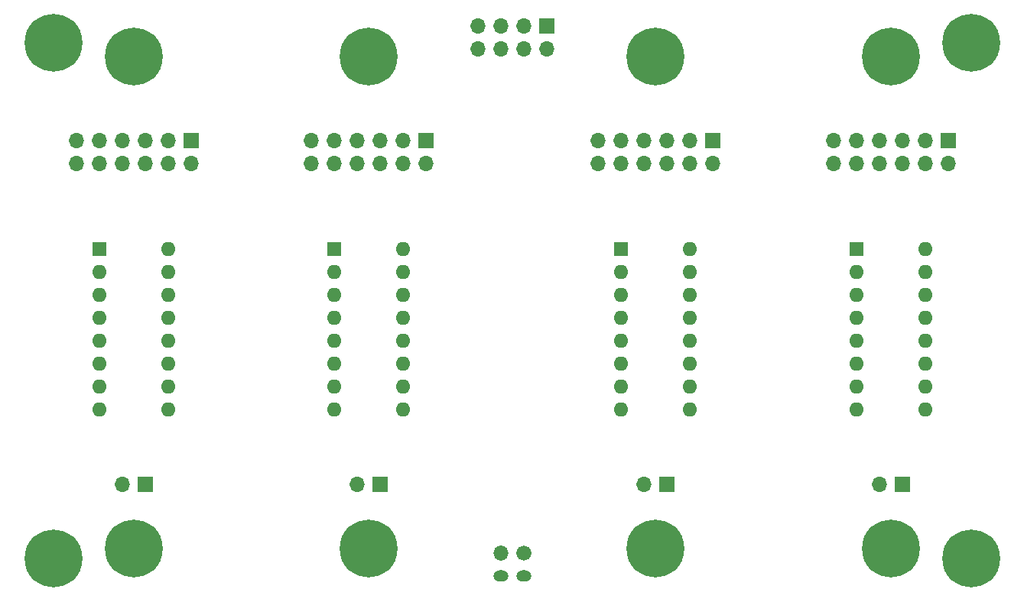
<source format=gbs>
G04 #@! TF.GenerationSoftware,KiCad,Pcbnew,(5.1.12-1-10_14)*
G04 #@! TF.CreationDate,2022-01-30T16:38:09+01:00*
G04 #@! TF.ProjectId,NixieDisplayControllerV2,4e697869-6544-4697-9370-6c6179436f6e,rev?*
G04 #@! TF.SameCoordinates,Original*
G04 #@! TF.FileFunction,Soldermask,Bot*
G04 #@! TF.FilePolarity,Negative*
%FSLAX46Y46*%
G04 Gerber Fmt 4.6, Leading zero omitted, Abs format (unit mm)*
G04 Created by KiCad (PCBNEW (5.1.12-1-10_14)) date 2022-01-30 16:38:09*
%MOMM*%
%LPD*%
G01*
G04 APERTURE LIST*
%ADD10O,1.676400X1.270000*%
%ADD11O,1.676400X1.676400*%
%ADD12C,1.676400*%
%ADD13O,1.700000X1.700000*%
%ADD14R,1.700000X1.700000*%
%ADD15C,0.800000*%
%ADD16C,6.400000*%
%ADD17O,1.600000X1.600000*%
%ADD18R,1.600000X1.600000*%
G04 APERTURE END LIST*
D10*
X141605000Y-132080000D03*
D11*
X141605000Y-129540000D03*
D10*
X144145000Y-132080000D03*
D12*
X144145000Y-129540000D03*
D13*
X139065000Y-73660000D03*
X139065000Y-71120000D03*
X141605000Y-73660000D03*
X141605000Y-71120000D03*
X144145000Y-73660000D03*
X144145000Y-71120000D03*
X146685000Y-73660000D03*
D14*
X146685000Y-71120000D03*
D15*
X195372056Y-71327944D03*
X193675000Y-70625000D03*
X191977944Y-71327944D03*
X191275000Y-73025000D03*
X191977944Y-74722056D03*
X193675000Y-75425000D03*
X195372056Y-74722056D03*
X196075000Y-73025000D03*
D16*
X193675000Y-73025000D03*
D15*
X195372056Y-128477944D03*
X193675000Y-127775000D03*
X191977944Y-128477944D03*
X191275000Y-130175000D03*
X191977944Y-131872056D03*
X193675000Y-132575000D03*
X195372056Y-131872056D03*
X196075000Y-130175000D03*
D16*
X193675000Y-130175000D03*
D15*
X93772056Y-128477944D03*
X92075000Y-127775000D03*
X90377944Y-128477944D03*
X89675000Y-130175000D03*
X90377944Y-131872056D03*
X92075000Y-132575000D03*
X93772056Y-131872056D03*
X94475000Y-130175000D03*
D16*
X92075000Y-130175000D03*
D15*
X93772056Y-71327944D03*
X92075000Y-70625000D03*
X90377944Y-71327944D03*
X89675000Y-73025000D03*
X90377944Y-74722056D03*
X92075000Y-75425000D03*
X93772056Y-74722056D03*
X94475000Y-73025000D03*
D16*
X92075000Y-73025000D03*
D17*
X188595000Y-95885000D03*
X180975000Y-113665000D03*
X188595000Y-98425000D03*
X180975000Y-111125000D03*
X188595000Y-100965000D03*
X180975000Y-108585000D03*
X188595000Y-103505000D03*
X180975000Y-106045000D03*
X188595000Y-106045000D03*
X180975000Y-103505000D03*
X188595000Y-108585000D03*
X180975000Y-100965000D03*
X188595000Y-111125000D03*
X180975000Y-98425000D03*
X188595000Y-113665000D03*
D18*
X180975000Y-95885000D03*
D17*
X162560000Y-95885000D03*
X154940000Y-113665000D03*
X162560000Y-98425000D03*
X154940000Y-111125000D03*
X162560000Y-100965000D03*
X154940000Y-108585000D03*
X162560000Y-103505000D03*
X154940000Y-106045000D03*
X162560000Y-106045000D03*
X154940000Y-103505000D03*
X162560000Y-108585000D03*
X154940000Y-100965000D03*
X162560000Y-111125000D03*
X154940000Y-98425000D03*
X162560000Y-113665000D03*
D18*
X154940000Y-95885000D03*
D17*
X130810000Y-95885000D03*
X123190000Y-113665000D03*
X130810000Y-98425000D03*
X123190000Y-111125000D03*
X130810000Y-100965000D03*
X123190000Y-108585000D03*
X130810000Y-103505000D03*
X123190000Y-106045000D03*
X130810000Y-106045000D03*
X123190000Y-103505000D03*
X130810000Y-108585000D03*
X123190000Y-100965000D03*
X130810000Y-111125000D03*
X123190000Y-98425000D03*
X130810000Y-113665000D03*
D18*
X123190000Y-95885000D03*
D17*
X104775000Y-95885000D03*
X97155000Y-113665000D03*
X104775000Y-98425000D03*
X97155000Y-111125000D03*
X104775000Y-100965000D03*
X97155000Y-108585000D03*
X104775000Y-103505000D03*
X97155000Y-106045000D03*
X104775000Y-106045000D03*
X97155000Y-103505000D03*
X104775000Y-108585000D03*
X97155000Y-100965000D03*
X104775000Y-111125000D03*
X97155000Y-98425000D03*
X104775000Y-113665000D03*
D18*
X97155000Y-95885000D03*
D13*
X183515000Y-121920000D03*
D14*
X186055000Y-121920000D03*
D13*
X178435000Y-86360000D03*
X178435000Y-83820000D03*
X180975000Y-86360000D03*
X180975000Y-83820000D03*
X183515000Y-86360000D03*
X183515000Y-83820000D03*
X186055000Y-86360000D03*
X186055000Y-83820000D03*
X188595000Y-86360000D03*
X188595000Y-83820000D03*
X191135000Y-86360000D03*
D14*
X191135000Y-83820000D03*
D13*
X157480000Y-121920000D03*
D14*
X160020000Y-121920000D03*
D13*
X152400000Y-86360000D03*
X152400000Y-83820000D03*
X154940000Y-86360000D03*
X154940000Y-83820000D03*
X157480000Y-86360000D03*
X157480000Y-83820000D03*
X160020000Y-86360000D03*
X160020000Y-83820000D03*
X162560000Y-86360000D03*
X162560000Y-83820000D03*
X165100000Y-86360000D03*
D14*
X165100000Y-83820000D03*
D13*
X125730000Y-121920000D03*
D14*
X128270000Y-121920000D03*
D13*
X120650000Y-86360000D03*
X120650000Y-83820000D03*
X123190000Y-86360000D03*
X123190000Y-83820000D03*
X125730000Y-86360000D03*
X125730000Y-83820000D03*
X128270000Y-86360000D03*
X128270000Y-83820000D03*
X130810000Y-86360000D03*
X130810000Y-83820000D03*
X133350000Y-86360000D03*
D14*
X133350000Y-83820000D03*
X102235000Y-121920000D03*
D13*
X99695000Y-121920000D03*
X94615000Y-86360000D03*
X94615000Y-83820000D03*
X97155000Y-86360000D03*
X97155000Y-83820000D03*
X99695000Y-86360000D03*
X99695000Y-83820000D03*
X102235000Y-86360000D03*
X102235000Y-83820000D03*
X104775000Y-86360000D03*
X104775000Y-83820000D03*
X107315000Y-86360000D03*
D14*
X107315000Y-83820000D03*
D15*
X186482056Y-72851944D03*
X184785000Y-72149000D03*
X183087944Y-72851944D03*
X182385000Y-74549000D03*
X183087944Y-76246056D03*
X184785000Y-76949000D03*
X186482056Y-76246056D03*
X187185000Y-74549000D03*
D16*
X184785000Y-74549000D03*
D15*
X186482056Y-127334944D03*
X184785000Y-126632000D03*
X183087944Y-127334944D03*
X182385000Y-129032000D03*
X183087944Y-130729056D03*
X184785000Y-131432000D03*
X186482056Y-130729056D03*
X187185000Y-129032000D03*
D16*
X184785000Y-129032000D03*
D15*
X160447056Y-72851944D03*
X158750000Y-72149000D03*
X157052944Y-72851944D03*
X156350000Y-74549000D03*
X157052944Y-76246056D03*
X158750000Y-76949000D03*
X160447056Y-76246056D03*
X161150000Y-74549000D03*
D16*
X158750000Y-74549000D03*
D15*
X160447056Y-127321944D03*
X158750000Y-126619000D03*
X157052944Y-127321944D03*
X156350000Y-129019000D03*
X157052944Y-130716056D03*
X158750000Y-131419000D03*
X160447056Y-130716056D03*
X161150000Y-129019000D03*
D16*
X158750000Y-129019000D03*
D15*
X128697056Y-72851944D03*
X127000000Y-72149000D03*
X125302944Y-72851944D03*
X124600000Y-74549000D03*
X125302944Y-76246056D03*
X127000000Y-76949000D03*
X128697056Y-76246056D03*
X129400000Y-74549000D03*
D16*
X127000000Y-74549000D03*
D15*
X128697056Y-127334944D03*
X127000000Y-126632000D03*
X125302944Y-127334944D03*
X124600000Y-129032000D03*
X125302944Y-130729056D03*
X127000000Y-131432000D03*
X128697056Y-130729056D03*
X129400000Y-129032000D03*
D16*
X127000000Y-129032000D03*
D15*
X102662056Y-72851944D03*
X100965000Y-72149000D03*
X99267944Y-72851944D03*
X98565000Y-74549000D03*
X99267944Y-76246056D03*
X100965000Y-76949000D03*
X102662056Y-76246056D03*
X103365000Y-74549000D03*
D16*
X100965000Y-74549000D03*
X100965000Y-129032000D03*
D15*
X103365000Y-129032000D03*
X102662056Y-130729056D03*
X100965000Y-131432000D03*
X99267944Y-130729056D03*
X98565000Y-129032000D03*
X99267944Y-127334944D03*
X100965000Y-126632000D03*
X102662056Y-127334944D03*
M02*

</source>
